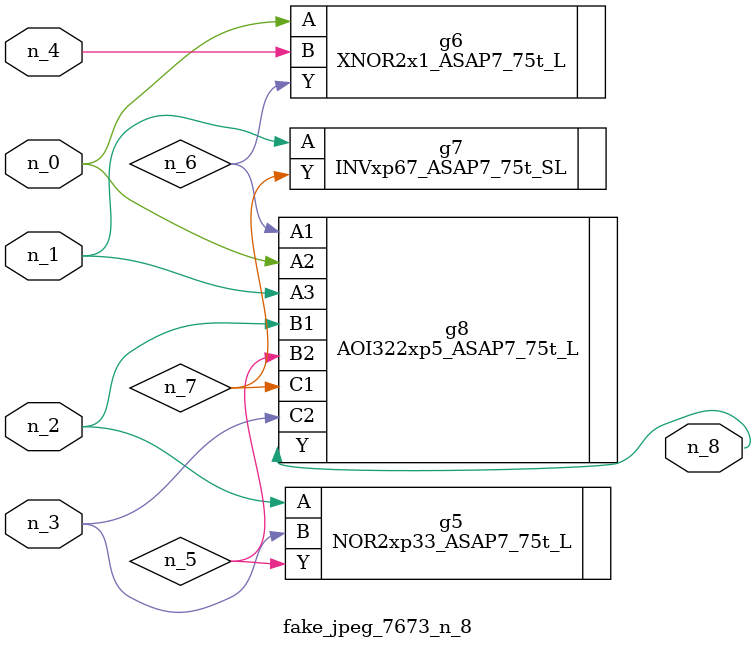
<source format=v>
module fake_jpeg_7673_n_8 (n_3, n_2, n_1, n_0, n_4, n_8);

input n_3;
input n_2;
input n_1;
input n_0;
input n_4;

output n_8;

wire n_6;
wire n_5;
wire n_7;

NOR2xp33_ASAP7_75t_L g5 ( 
.A(n_2),
.B(n_3),
.Y(n_5)
);

XNOR2x1_ASAP7_75t_L g6 ( 
.A(n_0),
.B(n_4),
.Y(n_6)
);

INVxp67_ASAP7_75t_SL g7 ( 
.A(n_1),
.Y(n_7)
);

AOI322xp5_ASAP7_75t_L g8 ( 
.A1(n_6),
.A2(n_0),
.A3(n_1),
.B1(n_2),
.B2(n_5),
.C1(n_7),
.C2(n_3),
.Y(n_8)
);


endmodule
</source>
